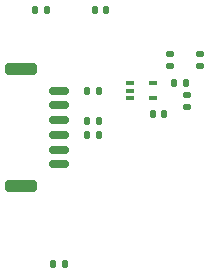
<source format=gbp>
%TF.GenerationSoftware,KiCad,Pcbnew,9.0.0*%
%TF.CreationDate,2025-03-30T18:56:19-05:00*%
%TF.ProjectId,radar-synth,72616461-722d-4737-996e-74682e6b6963,rev?*%
%TF.SameCoordinates,Original*%
%TF.FileFunction,Paste,Bot*%
%TF.FilePolarity,Positive*%
%FSLAX45Y45*%
G04 Gerber Fmt 4.5, Leading zero omitted, Abs format (unit mm)*
G04 Created by KiCad (PCBNEW 9.0.0) date 2025-03-30 18:56:19*
%MOMM*%
%LPD*%
G01*
G04 APERTURE LIST*
G04 Aperture macros list*
%AMRoundRect*
0 Rectangle with rounded corners*
0 $1 Rounding radius*
0 $2 $3 $4 $5 $6 $7 $8 $9 X,Y pos of 4 corners*
0 Add a 4 corners polygon primitive as box body*
4,1,4,$2,$3,$4,$5,$6,$7,$8,$9,$2,$3,0*
0 Add four circle primitives for the rounded corners*
1,1,$1+$1,$2,$3*
1,1,$1+$1,$4,$5*
1,1,$1+$1,$6,$7*
1,1,$1+$1,$8,$9*
0 Add four rect primitives between the rounded corners*
20,1,$1+$1,$2,$3,$4,$5,0*
20,1,$1+$1,$4,$5,$6,$7,0*
20,1,$1+$1,$6,$7,$8,$9,0*
20,1,$1+$1,$8,$9,$2,$3,0*%
G04 Aperture macros list end*
%ADD10RoundRect,0.140000X-0.140000X-0.170000X0.140000X-0.170000X0.140000X0.170000X-0.140000X0.170000X0*%
%ADD11RoundRect,0.100000X-0.225000X-0.100000X0.225000X-0.100000X0.225000X0.100000X-0.225000X0.100000X0*%
%ADD12RoundRect,0.135000X0.185000X-0.135000X0.185000X0.135000X-0.185000X0.135000X-0.185000X-0.135000X0*%
%ADD13RoundRect,0.135000X0.135000X0.185000X-0.135000X0.185000X-0.135000X-0.185000X0.135000X-0.185000X0*%
%ADD14RoundRect,0.150000X0.700000X-0.150000X0.700000X0.150000X-0.700000X0.150000X-0.700000X-0.150000X0*%
%ADD15RoundRect,0.250000X1.100000X-0.250000X1.100000X0.250000X-1.100000X0.250000X-1.100000X-0.250000X0*%
%ADD16RoundRect,0.140000X0.140000X0.170000X-0.140000X0.170000X-0.140000X-0.170000X0.140000X-0.170000X0*%
%ADD17RoundRect,0.135000X-0.185000X0.135000X-0.185000X-0.135000X0.185000X-0.135000X0.185000X0.135000X0*%
%ADD18RoundRect,0.135000X-0.135000X-0.185000X0.135000X-0.185000X0.135000X0.185000X-0.135000X0.185000X0*%
G04 APERTURE END LIST*
D10*
%TO.C,C2*%
X14794000Y-8415000D03*
X14890000Y-8415000D03*
%TD*%
D11*
%TO.C,U1*%
X14605000Y-8280000D03*
X14605000Y-8215000D03*
X14605000Y-8150000D03*
X14795000Y-8150000D03*
X14795000Y-8280000D03*
%TD*%
D12*
%TO.C,R18*%
X15199000Y-8005000D03*
X15199000Y-7903000D03*
%TD*%
D13*
%TO.C,R2*%
X14051000Y-9680000D03*
X13949000Y-9680000D03*
%TD*%
D14*
%TO.C,J6*%
X14000000Y-8840000D03*
X14000000Y-8715000D03*
X14000000Y-8590000D03*
X14000000Y-8465000D03*
X14000000Y-8340000D03*
X14000000Y-8215000D03*
D15*
X13680000Y-9025000D03*
X13680000Y-8030000D03*
%TD*%
D12*
%TO.C,R19*%
X14943000Y-8008000D03*
X14943000Y-7906000D03*
%TD*%
D13*
%TO.C,R13*%
X15081000Y-8150000D03*
X14979000Y-8150000D03*
%TD*%
D16*
%TO.C,C28*%
X13898000Y-7530000D03*
X13802000Y-7530000D03*
%TD*%
D17*
%TO.C,R12*%
X15085000Y-8249000D03*
X15085000Y-8351000D03*
%TD*%
D18*
%TO.C,R1*%
X14239000Y-8215000D03*
X14341000Y-8215000D03*
%TD*%
%TO.C,R3*%
X14239000Y-8590000D03*
X14341000Y-8590000D03*
%TD*%
%TO.C,R4*%
X14238000Y-8470000D03*
X14340000Y-8470000D03*
%TD*%
D16*
%TO.C,C29*%
X14404003Y-7532007D03*
X14308003Y-7532007D03*
%TD*%
M02*

</source>
